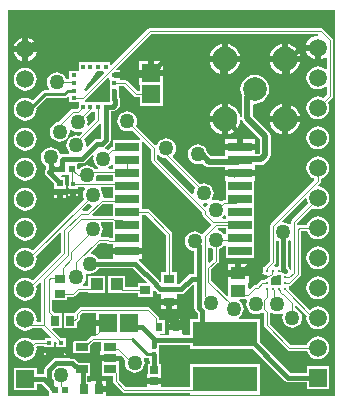
<source format=gtl>
G04*
G04 #@! TF.GenerationSoftware,Altium Limited,Altium Designer,19.1.8 (144)*
G04*
G04 Layer_Physical_Order=1*
G04 Layer_Color=255*
%FSLAX25Y25*%
%MOIN*%
G70*
G01*
G75*
%ADD18R,0.21654X0.08465*%
%ADD19R,0.04331X0.02559*%
%ADD20R,0.03543X0.03150*%
%ADD21R,0.02362X0.03150*%
%ADD22R,0.03937X0.03937*%
%ADD23R,0.02559X0.02756*%
%ADD24R,0.01772X0.01968*%
%ADD25R,0.02362X0.02165*%
%ADD26R,0.02953X0.03347*%
%ADD27R,0.01260X0.01417*%
%ADD28R,0.05118X0.03937*%
%ADD29R,0.05906X0.06102*%
%ADD30R,0.06102X0.05906*%
%ADD31R,0.02047X0.02205*%
%ADD32R,0.01929X0.02047*%
%ADD33R,0.02756X0.03347*%
%ADD34R,0.07874X0.03150*%
%ADD35R,0.03347X0.02756*%
%ADD36R,0.01575X0.01181*%
%ADD37R,0.01181X0.01575*%
%ADD38R,0.00984X0.01083*%
%ADD39R,0.01083X0.00984*%
%ADD67C,0.01500*%
%ADD68C,0.00350*%
%ADD69C,0.02100*%
%ADD70C,0.01000*%
%ADD71C,0.05906*%
%ADD72R,0.05906X0.05906*%
%ADD73C,0.08268*%
%ADD74C,0.07874*%
%ADD75C,0.05000*%
%ADD76C,0.03937*%
G36*
X803Y803D02*
X13976D01*
X14346Y1117D01*
Y2648D01*
X12074Y4920D01*
X10253D01*
Y2747D01*
X2747D01*
Y10253D01*
X10253D01*
Y8080D01*
X12728D01*
X12870Y8196D01*
Y9678D01*
X12990Y10282D01*
X13332Y10795D01*
X15705Y13168D01*
X16218Y13510D01*
X16822Y13630D01*
X20697D01*
X20949Y13580D01*
X22150D01*
X22754Y13460D01*
X23267Y13117D01*
X24545Y11839D01*
X28241D01*
Y7680D01*
X27238D01*
Y5720D01*
X28067D01*
X28484Y5920D01*
X28484Y5920D01*
X28484Y5920D01*
X29961D01*
Y3247D01*
X30961D01*
Y2247D01*
X33437D01*
Y803D01*
X109697D01*
Y129697D01*
X803D01*
Y803D01*
D02*
G37*
%LPC*%
G36*
X5500Y120355D02*
Y117500D01*
X2645D01*
X2649Y117532D01*
X3047Y118493D01*
X3681Y119319D01*
X4507Y119953D01*
X5468Y120351D01*
X5500Y120355D01*
D02*
G37*
G36*
X7500D02*
X7532Y120351D01*
X8493Y119953D01*
X9319Y119319D01*
X9953Y118493D01*
X10351Y117532D01*
X10355Y117500D01*
X7500D01*
Y120355D01*
D02*
G37*
G36*
X71979Y118199D02*
Y114153D01*
X67933D01*
X67978Y114493D01*
X68495Y115742D01*
X69318Y116814D01*
X70390Y117637D01*
X71639Y118154D01*
X71979Y118199D01*
D02*
G37*
G36*
X73980D02*
X74320Y118154D01*
X75569Y117637D01*
X76641Y116814D01*
X77464Y115742D01*
X77981Y114493D01*
X78026Y114153D01*
X73980D01*
Y118199D01*
D02*
G37*
G36*
X91979D02*
Y114153D01*
X87933D01*
X87978Y114493D01*
X88495Y115742D01*
X89318Y116814D01*
X90390Y117637D01*
X91639Y118154D01*
X91979Y118199D01*
D02*
G37*
G36*
X93980D02*
X94320Y118154D01*
X95569Y117637D01*
X96641Y116814D01*
X97464Y115742D01*
X97981Y114493D01*
X98026Y114153D01*
X93980D01*
Y118199D01*
D02*
G37*
G36*
X100145Y116000D02*
X103000D01*
Y113145D01*
X102968Y113149D01*
X102007Y113547D01*
X101181Y114181D01*
X100547Y115007D01*
X100149Y115968D01*
X100145Y116000D01*
D02*
G37*
G36*
X2645Y115500D02*
X5500D01*
Y112645D01*
X5468Y112649D01*
X4507Y113047D01*
X3681Y113681D01*
X3047Y114507D01*
X2649Y115468D01*
X2645Y115500D01*
D02*
G37*
G36*
X7500D02*
X10355D01*
X10351Y115468D01*
X9953Y114507D01*
X9319Y113681D01*
X8493Y113047D01*
X7532Y112649D01*
X7500Y112645D01*
Y115500D01*
D02*
G37*
G36*
X44449Y112496D02*
X47500D01*
Y109543D01*
X44449D01*
Y112496D01*
D02*
G37*
G36*
X49500D02*
X52551D01*
Y109543D01*
X49500D01*
Y112496D01*
D02*
G37*
G36*
X67933Y112153D02*
X71979D01*
Y108106D01*
X71639Y108151D01*
X70390Y108668D01*
X69318Y109491D01*
X68495Y110564D01*
X67978Y111812D01*
X67933Y112153D01*
D02*
G37*
G36*
X73980D02*
X78026D01*
X77981Y111812D01*
X77464Y110564D01*
X76641Y109491D01*
X75569Y108668D01*
X74320Y108151D01*
X73980Y108106D01*
Y112153D01*
D02*
G37*
G36*
X87933D02*
X91979D01*
Y108106D01*
X91639Y108151D01*
X90390Y108668D01*
X89318Y109491D01*
X88495Y110564D01*
X87978Y111812D01*
X87933Y112153D01*
D02*
G37*
G36*
X93980D02*
X98026D01*
X97981Y111812D01*
X97464Y110564D01*
X96641Y109491D01*
X95569Y108668D01*
X94320Y108151D01*
X93980Y108106D01*
Y112153D01*
D02*
G37*
G36*
X6500Y110285D02*
X7480Y110156D01*
X8393Y109778D01*
X9177Y109177D01*
X9778Y108393D01*
X10156Y107480D01*
X10285Y106500D01*
X10156Y105520D01*
X9778Y104607D01*
X9177Y103823D01*
X8393Y103222D01*
X7480Y102844D01*
X6500Y102715D01*
X5520Y102844D01*
X4607Y103222D01*
X3824Y103823D01*
X3222Y104607D01*
X2844Y105520D01*
X2715Y106500D01*
X2844Y107480D01*
X3222Y108393D01*
X3824Y109177D01*
X4607Y109778D01*
X5520Y110156D01*
X6500Y110285D01*
D02*
G37*
G36*
X48000Y123494D02*
X105000D01*
X105380Y123418D01*
X105703Y123203D01*
X108703Y120203D01*
X108918Y119880D01*
X108994Y119500D01*
Y101000D01*
X108918Y100620D01*
X108703Y100297D01*
X107284Y98878D01*
X107656Y97980D01*
X107785Y97000D01*
X107656Y96020D01*
X107278Y95107D01*
X106676Y94323D01*
X105893Y93722D01*
X104980Y93344D01*
X104000Y93215D01*
X103020Y93344D01*
X102107Y93722D01*
X101323Y94323D01*
X100722Y95107D01*
X100344Y96020D01*
X100215Y97000D01*
X100344Y97980D01*
X100722Y98893D01*
X101323Y99677D01*
X102107Y100278D01*
X103020Y100656D01*
X104000Y100785D01*
X104980Y100656D01*
X105878Y100284D01*
X107006Y101412D01*
Y103970D01*
X106506Y104193D01*
X105893Y103722D01*
X104980Y103344D01*
X104000Y103215D01*
X103020Y103344D01*
X102107Y103722D01*
X101323Y104323D01*
X100722Y105107D01*
X100344Y106020D01*
X100215Y107000D01*
X100344Y107980D01*
X100722Y108893D01*
X101323Y109677D01*
X102107Y110278D01*
X103020Y110656D01*
X104000Y110785D01*
X104980Y110656D01*
X105893Y110278D01*
X106506Y109807D01*
X107006Y110030D01*
Y113694D01*
X106506Y113941D01*
X105993Y113547D01*
X105032Y113149D01*
X105000Y113145D01*
Y117000D01*
X104000D01*
Y118000D01*
X100145D01*
X100149Y118032D01*
X100547Y118993D01*
X101181Y119819D01*
X102007Y120453D01*
X102968Y120851D01*
X103929Y120977D01*
X104087Y121179D01*
X104216Y121463D01*
X104189Y121506D01*
X48412D01*
X36797Y109891D01*
X36988Y109429D01*
X37980D01*
Y108839D01*
X36193D01*
Y106839D01*
X37980D01*
Y106274D01*
X39720D01*
X40101Y106198D01*
X40423Y105982D01*
X43955Y102451D01*
X44649D01*
Y104591D01*
X44449D01*
Y107543D01*
X52551D01*
Y104591D01*
X52351D01*
Y97704D01*
X44649D01*
Y100463D01*
X43543D01*
X43163Y100538D01*
X42840Y100754D01*
X39309Y104286D01*
X37780D01*
Y100606D01*
X37960Y100337D01*
X38080Y99732D01*
Y98223D01*
X37960Y97618D01*
X37617Y97106D01*
X36739Y96227D01*
X36226Y95884D01*
X35621Y95764D01*
X34919D01*
Y86339D01*
X34799Y85734D01*
X34456Y85221D01*
X33117Y83882D01*
X32954Y83773D01*
X33075Y83253D01*
X33362Y83215D01*
X34032Y82938D01*
X34797Y83703D01*
X35120Y83918D01*
X35500Y83994D01*
X35783D01*
Y86259D01*
X44628D01*
X44835Y86759D01*
X42032Y89562D01*
X41361Y89285D01*
X40500Y89171D01*
X39639Y89285D01*
X38836Y89617D01*
X38146Y90146D01*
X37617Y90836D01*
X37285Y91638D01*
X37172Y92500D01*
X37285Y93362D01*
X37617Y94164D01*
X38146Y94854D01*
X38836Y95383D01*
X39639Y95715D01*
X40500Y95828D01*
X41361Y95715D01*
X42164Y95383D01*
X42854Y94854D01*
X43382Y94164D01*
X43715Y93362D01*
X43828Y92500D01*
X43715Y91638D01*
X43437Y90968D01*
X49832Y84574D01*
X50422Y84691D01*
X50617Y85164D01*
X51146Y85854D01*
X51836Y86383D01*
X52639Y86715D01*
X53500Y86829D01*
X54361Y86715D01*
X55164Y86383D01*
X55854Y85854D01*
X56383Y85164D01*
X56715Y84361D01*
X56828Y83500D01*
X56715Y82639D01*
X56383Y81836D01*
X55854Y81146D01*
X55818Y81119D01*
X55786Y80620D01*
X64822Y71584D01*
X65139Y71715D01*
X66000Y71829D01*
X66861Y71715D01*
X67664Y71383D01*
X68354Y70854D01*
X68883Y70164D01*
X69215Y69362D01*
X69328Y68500D01*
X69215Y67638D01*
X68883Y66836D01*
X68674Y66564D01*
X68989Y66153D01*
X69138Y66215D01*
X70000Y66329D01*
X70862Y66215D01*
X71664Y65883D01*
X71841Y65747D01*
X71958Y65864D01*
X72281Y66080D01*
X72661Y66155D01*
X73263D01*
Y68517D01*
Y72648D01*
X73063D01*
Y74222D01*
X78000D01*
X82937D01*
Y72648D01*
X82737D01*
Y68517D01*
Y64186D01*
Y59856D01*
Y55525D01*
Y51194D01*
Y46863D01*
X73263D01*
Y51010D01*
X72763Y51180D01*
X72354Y50646D01*
X71664Y50117D01*
X70994Y49840D01*
Y46000D01*
X70918Y45620D01*
X70703Y45297D01*
X68494Y43088D01*
Y39412D01*
X73679Y34227D01*
X74141Y34418D01*
Y38567D01*
X73941Y38984D01*
X73941Y39233D01*
Y40953D01*
X81059D01*
Y38984D01*
X80859Y38567D01*
Y36747D01*
X81321Y36556D01*
X82468Y37703D01*
X82791Y37918D01*
X83171Y37994D01*
X83588D01*
X84812Y39218D01*
X85135Y39434D01*
X85457Y39498D01*
Y39498D01*
X85515Y39510D01*
X85656D01*
Y39808D01*
X86998D01*
Y41160D01*
X85755D01*
Y41484D01*
X85457D01*
Y41976D01*
X85755D01*
Y43843D01*
X86129D01*
X86150Y43949D01*
X86365Y44271D01*
X88031Y45937D01*
Y57602D01*
X88107Y57982D01*
X88322Y58305D01*
X102905Y72888D01*
X102839Y73419D01*
X102107Y73722D01*
X101323Y74323D01*
X100722Y75107D01*
X100344Y76020D01*
X100215Y77000D01*
X100344Y77980D01*
X100722Y78893D01*
X101323Y79677D01*
X102107Y80278D01*
X103020Y80656D01*
X104000Y80785D01*
X104980Y80656D01*
X105893Y80278D01*
X106676Y79677D01*
X107278Y78893D01*
X107656Y77980D01*
X107785Y77000D01*
X107656Y76020D01*
X107278Y75107D01*
X106676Y74323D01*
X105893Y73722D01*
X104994Y73350D01*
Y72577D01*
X104918Y72196D01*
X104703Y71874D01*
X104105Y71276D01*
X104284Y70748D01*
X104980Y70656D01*
X105893Y70278D01*
X106676Y69677D01*
X107278Y68893D01*
X107656Y67980D01*
X107785Y67000D01*
X107656Y66020D01*
X107278Y65107D01*
X106676Y64324D01*
X105893Y63722D01*
X104980Y63344D01*
X104000Y63215D01*
X103020Y63344D01*
X102122Y63716D01*
X96994Y58588D01*
Y58081D01*
X97494Y57835D01*
X97620Y57918D01*
X98000Y57994D01*
X100350D01*
X100722Y58893D01*
X101323Y59676D01*
X102107Y60278D01*
X103020Y60656D01*
X104000Y60785D01*
X104980Y60656D01*
X105893Y60278D01*
X106676Y59676D01*
X107278Y58893D01*
X107656Y57980D01*
X107785Y57000D01*
X107656Y56020D01*
X107278Y55107D01*
X106676Y54324D01*
X105893Y53722D01*
X104980Y53344D01*
X104000Y53215D01*
X103020Y53344D01*
X102107Y53722D01*
X101323Y54324D01*
X100722Y55107D01*
X100350Y56006D01*
X98494D01*
Y41500D01*
X98418Y41120D01*
X98203Y40797D01*
X95218Y37812D01*
X94896Y37597D01*
X94515Y37521D01*
X94343D01*
Y37223D01*
X94245D01*
Y36562D01*
X101143Y29665D01*
X101323Y29676D01*
X102107Y30278D01*
X103020Y30656D01*
X104000Y30785D01*
X104980Y30656D01*
X105893Y30278D01*
X106676Y29676D01*
X107278Y28893D01*
X107656Y27980D01*
X107785Y27000D01*
X107656Y26020D01*
X107278Y25107D01*
X106676Y24324D01*
X105893Y23722D01*
X104980Y23344D01*
X104000Y23215D01*
X103020Y23344D01*
X102107Y23722D01*
X101323Y24324D01*
X100722Y25107D01*
X100344Y26020D01*
X100215Y27000D01*
X100306Y27690D01*
X96956Y31040D01*
X96494Y30848D01*
Y30160D01*
X97164Y29882D01*
X97854Y29354D01*
X98383Y28664D01*
X98715Y27861D01*
X98829Y27000D01*
X98715Y26138D01*
X98383Y25336D01*
X97854Y24646D01*
X97164Y24117D01*
X96362Y23785D01*
X95500Y23672D01*
X94639Y23785D01*
X93836Y24117D01*
X93146Y24646D01*
X92617Y25336D01*
X92285Y26138D01*
X92172Y27000D01*
X92285Y27861D01*
X92429Y28210D01*
X92372Y28299D01*
X92035Y28564D01*
X91361Y28285D01*
X90500Y28172D01*
X89639Y28285D01*
X88836Y28618D01*
X88541Y28843D01*
X88041Y28597D01*
Y24864D01*
X94912Y17994D01*
X100350D01*
X100722Y18893D01*
X101323Y19677D01*
X102107Y20278D01*
X103020Y20656D01*
X104000Y20785D01*
X104980Y20656D01*
X105893Y20278D01*
X106676Y19677D01*
X107278Y18893D01*
X107656Y17980D01*
X107785Y17000D01*
X107656Y16020D01*
X107278Y15107D01*
X106676Y14323D01*
X105893Y13722D01*
X104980Y13344D01*
X104000Y13215D01*
X103020Y13344D01*
X102107Y13722D01*
X101323Y14323D01*
X100722Y15107D01*
X100350Y16006D01*
X94500D01*
X94120Y16082D01*
X93797Y16297D01*
X86344Y23750D01*
X86129Y24072D01*
X86053Y24453D01*
Y28627D01*
X85672Y29007D01*
X85164Y28618D01*
X84361Y28285D01*
X83500Y28172D01*
X82639Y28285D01*
X81836Y28618D01*
X81146Y29146D01*
X80617Y29836D01*
X80285Y30639D01*
X80172Y31500D01*
X80285Y32362D01*
X80458Y32779D01*
X80124Y33279D01*
X77969D01*
X77800Y32779D01*
X78354Y32354D01*
X78883Y31664D01*
X79215Y30861D01*
X79329Y30000D01*
X79215Y29138D01*
X78883Y28336D01*
X78354Y27646D01*
X77664Y27117D01*
X77649Y27111D01*
X77748Y26611D01*
X84691D01*
Y18781D01*
X94892Y8580D01*
X100247D01*
Y10753D01*
X107753D01*
Y3247D01*
X100247D01*
Y5420D01*
X94237D01*
X93633Y5540D01*
X93120Y5883D01*
X82456Y16546D01*
X61437D01*
Y17920D01*
X51186D01*
Y15668D01*
Y12716D01*
X51080D01*
Y11740D01*
X51579D01*
Y8200D01*
X51780D01*
Y6822D01*
X49500D01*
X47221D01*
Y8200D01*
X47420D01*
Y11740D01*
X47920D01*
Y12716D01*
X47814D01*
Y13560D01*
X47114D01*
X46607Y13661D01*
X46355Y13829D01*
X45952Y13498D01*
X46215Y12862D01*
X46328Y12000D01*
X46215Y11139D01*
X45882Y10336D01*
X45354Y9646D01*
X44664Y9117D01*
X43861Y8785D01*
X43000Y8671D01*
X42138Y8785D01*
X41336Y9117D01*
X40646Y9646D01*
X40117Y10336D01*
X39785Y11139D01*
X39671Y12000D01*
X39779Y12815D01*
X38352Y14242D01*
X37890Y14051D01*
Y11220D01*
X37690D01*
Y8751D01*
X37709Y8655D01*
Y6197D01*
X39912Y3994D01*
X47221D01*
Y4822D01*
X49500D01*
X51780D01*
Y3994D01*
X61437D01*
Y11454D01*
X84691D01*
Y1389D01*
X61437D01*
Y2006D01*
X39500D01*
X39120Y2082D01*
X38797Y2297D01*
X36012Y5082D01*
X35796Y5405D01*
X35721Y5785D01*
Y7680D01*
X31759D01*
Y11220D01*
X31559D01*
Y12500D01*
X34724D01*
Y14500D01*
X31559D01*
Y15779D01*
X31759D01*
Y19006D01*
X29333D01*
X28241Y17914D01*
Y15161D01*
X22310D01*
Y19320D01*
X26835D01*
X28218Y20703D01*
X28541Y20918D01*
X28921Y20994D01*
X29587D01*
X30004Y21194D01*
Y24245D01*
X33957D01*
Y26245D01*
X30004D01*
Y28506D01*
X25412D01*
X24658Y27752D01*
Y26998D01*
X24582Y26618D01*
X24366Y26295D01*
X23639Y25567D01*
Y23527D01*
X19283D01*
Y28473D01*
X22731D01*
X22745Y28544D01*
X22961Y28866D01*
X24297Y30203D01*
X24620Y30418D01*
X25000Y30494D01*
X47500D01*
X47880Y30418D01*
X48203Y30203D01*
X50697Y27709D01*
X50912Y27387D01*
X50988Y27006D01*
Y26375D01*
X52981D01*
Y21625D01*
X51316D01*
X51049Y21125D01*
X51079Y21080D01*
X54171D01*
X54528Y21425D01*
X54528Y21580D01*
Y23000D01*
X56709D01*
X58890D01*
Y21580D01*
X58890Y21425D01*
X59247Y21080D01*
X61437D01*
Y26611D01*
X63920D01*
Y28618D01*
X63332Y29205D01*
X62990Y29718D01*
X62870Y30322D01*
Y37927D01*
X62370Y38135D01*
X59618Y35383D01*
X59105Y35040D01*
X58500Y34920D01*
X57209D01*
Y33391D01*
X54437D01*
X51665D01*
Y34920D01*
X51500D01*
X50895Y35040D01*
X50383Y35383D01*
X49597Y36168D01*
X49135Y35977D01*
Y33756D01*
X43991D01*
Y35343D01*
X38794D01*
X38697Y35362D01*
X34231D01*
Y40900D01*
X39768D01*
Y37332D01*
X43991D01*
Y38506D01*
X46839D01*
X47030Y38968D01*
X42578Y43420D01*
X30917D01*
X30882Y43336D01*
X30354Y42646D01*
X29664Y42118D01*
X28861Y41785D01*
X28000Y41671D01*
X27139Y41785D01*
X27019Y41834D01*
X26666Y41481D01*
X26715Y41361D01*
X26829Y40500D01*
X26715Y39639D01*
X26382Y38836D01*
X25867Y38164D01*
X25894Y37985D01*
X26003Y37664D01*
X27538D01*
Y40900D01*
X33075D01*
Y35362D01*
X27538D01*
Y35676D01*
X24582D01*
X23203Y34297D01*
X22880Y34082D01*
X22500Y34006D01*
X20473D01*
Y32861D01*
X15527D01*
X15494Y32375D01*
Y29247D01*
X16267Y28473D01*
X18717D01*
Y23527D01*
X15635D01*
X15443Y23065D01*
X18397Y20111D01*
X19930D01*
Y18106D01*
X20130D01*
Y17398D01*
X19930D01*
Y17094D01*
X17070D01*
Y17398D01*
X16870D01*
Y18106D01*
X17070D01*
Y18627D01*
X16392Y19305D01*
X15930Y19113D01*
Y18106D01*
X16130D01*
Y17398D01*
X15930D01*
Y17094D01*
X13070D01*
Y17398D01*
X12870D01*
Y17608D01*
X10615D01*
X10205Y17108D01*
X10285Y16500D01*
X10156Y15520D01*
X9778Y14607D01*
X9177Y13824D01*
X8393Y13222D01*
X7480Y12844D01*
X6500Y12715D01*
X5520Y12844D01*
X4607Y13222D01*
X3824Y13824D01*
X3222Y14607D01*
X2844Y15520D01*
X2715Y16500D01*
X2844Y17480D01*
X3222Y18393D01*
X3824Y19176D01*
X4607Y19778D01*
X5520Y20156D01*
X6500Y20285D01*
X7480Y20156D01*
X8393Y19778D01*
X8958Y19344D01*
X9222Y19521D01*
X9602Y19597D01*
X13070D01*
Y20111D01*
X14932D01*
X15124Y20573D01*
X12191Y23506D01*
X8763D01*
X8393Y23222D01*
X7480Y22844D01*
X6500Y22715D01*
X5520Y22844D01*
X4607Y23222D01*
X3824Y23823D01*
X3222Y24607D01*
X2844Y25520D01*
X2715Y26500D01*
X2844Y27480D01*
X3222Y28393D01*
X3824Y29177D01*
X4607Y29778D01*
X5520Y30156D01*
X6500Y30285D01*
X7480Y30156D01*
X8393Y29778D01*
X9177Y29177D01*
X9778Y28393D01*
X10156Y27480D01*
X10285Y26500D01*
X10219Y25994D01*
X10657Y25494D01*
X11608D01*
Y38549D01*
X11146Y38741D01*
X10077Y37671D01*
X10156Y37480D01*
X10285Y36500D01*
X10156Y35520D01*
X9778Y34607D01*
X9177Y33823D01*
X8393Y33222D01*
X7480Y32844D01*
X6500Y32715D01*
X5520Y32844D01*
X4607Y33222D01*
X3824Y33823D01*
X3222Y34607D01*
X2844Y35520D01*
X2715Y36500D01*
X2844Y37480D01*
X3222Y38393D01*
X3824Y39176D01*
X4607Y39778D01*
X5520Y40156D01*
X6500Y40285D01*
X7480Y40156D01*
X8393Y39778D01*
X8947Y39353D01*
X18556Y48962D01*
Y55497D01*
X18094Y55688D01*
X10077Y47671D01*
X10156Y47480D01*
X10285Y46500D01*
X10156Y45520D01*
X9778Y44607D01*
X9177Y43824D01*
X8393Y43222D01*
X7480Y42844D01*
X6500Y42715D01*
X5520Y42844D01*
X4607Y43222D01*
X3824Y43824D01*
X3222Y44607D01*
X2844Y45520D01*
X2715Y46500D01*
X2844Y47480D01*
X3222Y48393D01*
X3824Y49176D01*
X4607Y49778D01*
X5520Y50156D01*
X6500Y50285D01*
X7480Y50156D01*
X8393Y49778D01*
X8947Y49353D01*
X26063Y66468D01*
X25785Y67138D01*
X25671Y68000D01*
X25785Y68862D01*
X26118Y69664D01*
X26380Y70006D01*
X26133Y70506D01*
X24130D01*
Y70295D01*
X23930D01*
Y69991D01*
X22500D01*
X21070D01*
Y70295D01*
X20870D01*
Y71004D01*
X21070D01*
Y73009D01*
X21100D01*
Y74595D01*
X18681D01*
X18435Y74095D01*
X18588Y73894D01*
X19824D01*
Y71102D01*
X20024D01*
Y70000D01*
X18000D01*
X15976D01*
Y71102D01*
X16176D01*
Y71659D01*
X13383Y74453D01*
X13040Y74966D01*
X12920Y75571D01*
X13040Y76175D01*
X13383Y76688D01*
X13420Y76725D01*
Y77583D01*
X13336Y77617D01*
X12646Y78146D01*
X12117Y78836D01*
X11785Y79638D01*
X11671Y80500D01*
X11785Y81362D01*
X12117Y82164D01*
X12646Y82854D01*
X13336Y83383D01*
X14139Y83715D01*
X15000Y83829D01*
X15861Y83715D01*
X16664Y83383D01*
X17354Y82854D01*
X17883Y82164D01*
X18073Y81704D01*
X18609Y81460D01*
X19214Y81580D01*
X21063D01*
X21233Y82080D01*
X21146Y82146D01*
X20617Y82836D01*
X20285Y83639D01*
X20172Y84500D01*
X20285Y85361D01*
X20617Y86164D01*
X21146Y86854D01*
X21836Y87383D01*
X22638Y87715D01*
X23500Y87828D01*
X24315Y87721D01*
X25271Y88677D01*
X24988Y89101D01*
X24861Y89049D01*
X24000Y88935D01*
X23138Y89049D01*
X22336Y89381D01*
X21721Y89853D01*
X21460Y89768D01*
X21249Y89607D01*
X21328Y89000D01*
X21215Y88139D01*
X20883Y87336D01*
X20354Y86646D01*
X19664Y86117D01*
X18861Y85785D01*
X18000Y85672D01*
X17139Y85785D01*
X16336Y86117D01*
X15646Y86646D01*
X15117Y87336D01*
X14785Y88139D01*
X14672Y89000D01*
X14785Y89862D01*
X15117Y90664D01*
X15646Y91354D01*
X16336Y91883D01*
X17139Y92215D01*
X17706Y92290D01*
X21858Y96442D01*
X22180Y96657D01*
X22561Y96733D01*
X23681D01*
X24271Y97322D01*
Y98771D01*
X21220D01*
Y100638D01*
X20720Y100845D01*
X20437Y100563D01*
X20007Y100275D01*
X19500Y100174D01*
X13549D01*
X10237Y96863D01*
X10285Y96500D01*
X10156Y95520D01*
X9778Y94607D01*
X9177Y93823D01*
X8393Y93222D01*
X7480Y92844D01*
X6500Y92715D01*
X5520Y92844D01*
X4607Y93222D01*
X3824Y93823D01*
X3222Y94607D01*
X2844Y95520D01*
X2715Y96500D01*
X2844Y97480D01*
X3222Y98393D01*
X3824Y99177D01*
X4607Y99778D01*
X5520Y100156D01*
X6500Y100285D01*
X7480Y100156D01*
X8393Y99778D01*
X8965Y99339D01*
X12063Y102437D01*
X12493Y102725D01*
X13000Y102825D01*
X14278D01*
X14509Y103325D01*
X14117Y103836D01*
X13785Y104639D01*
X13671Y105500D01*
X13785Y106361D01*
X14117Y107164D01*
X14646Y107854D01*
X15336Y108382D01*
X16138Y108715D01*
X17000Y108828D01*
X17862Y108715D01*
X18664Y108382D01*
X19354Y107854D01*
X19883Y107164D01*
X20160Y106494D01*
X21220D01*
Y109229D01*
X24271D01*
Y112280D01*
X34729D01*
Y111288D01*
X35191Y111097D01*
X47297Y123203D01*
X47620Y123418D01*
X48000Y123494D01*
D02*
G37*
G36*
X71979Y98199D02*
Y94153D01*
X67933D01*
X67978Y94493D01*
X68495Y95742D01*
X69318Y96814D01*
X70390Y97637D01*
X71639Y98154D01*
X71979Y98199D01*
D02*
G37*
G36*
X91979D02*
Y94153D01*
X87933D01*
X87978Y94493D01*
X88495Y95742D01*
X89318Y96814D01*
X90390Y97637D01*
X91639Y98154D01*
X91979Y98199D01*
D02*
G37*
G36*
X93980D02*
X94320Y98154D01*
X95569Y97637D01*
X96641Y96814D01*
X97464Y95742D01*
X97981Y94493D01*
X98026Y94153D01*
X93980D01*
Y98199D01*
D02*
G37*
G36*
X67933Y92153D02*
X71979D01*
Y88106D01*
X71639Y88151D01*
X70390Y88668D01*
X69318Y89491D01*
X68495Y90564D01*
X67978Y91812D01*
X67933Y92153D01*
D02*
G37*
G36*
X82980Y107931D02*
X84216Y107768D01*
X85368Y107290D01*
X86358Y106531D01*
X87117Y105542D01*
X87595Y104389D01*
X87757Y103153D01*
X87595Y101916D01*
X87117Y100764D01*
X86358Y99774D01*
X85368Y99015D01*
X84216Y98537D01*
X82980Y98375D01*
X82762Y98403D01*
X82386Y98074D01*
Y94281D01*
X87834Y88834D01*
X88243Y88222D01*
X88386Y87500D01*
Y81230D01*
X88243Y80508D01*
X87834Y79896D01*
X86421Y78483D01*
X85809Y78075D01*
X85087Y77931D01*
X83382D01*
X82937Y77797D01*
Y76222D01*
X78000D01*
X73063D01*
Y77142D01*
X67756D01*
X67035Y77286D01*
X66423Y77695D01*
X65548Y78569D01*
X64862Y78285D01*
X64000Y78171D01*
X63139Y78285D01*
X62336Y78617D01*
X61646Y79146D01*
X61117Y79836D01*
X60785Y80638D01*
X60672Y81500D01*
X60785Y82362D01*
X61117Y83164D01*
X61646Y83854D01*
X62336Y84383D01*
X63139Y84715D01*
X64000Y84829D01*
X64862Y84715D01*
X65664Y84383D01*
X66354Y83854D01*
X66883Y83164D01*
X67215Y82362D01*
X67234Y82218D01*
X68538Y80915D01*
X72808D01*
X73063Y81309D01*
Y82884D01*
X78000D01*
X82937D01*
Y81703D01*
X84306D01*
X84614Y82011D01*
Y86719D01*
X79166Y92166D01*
X78757Y92778D01*
X78716Y92987D01*
X78183Y93161D01*
X78155Y93131D01*
X78158Y93153D01*
X78171Y93165D01*
X78158Y93153D01*
X78129Y92934D01*
X77981Y91812D01*
X77464Y90564D01*
X76641Y89491D01*
X75569Y88668D01*
X74320Y88151D01*
X73980Y88106D01*
Y93153D01*
Y98199D01*
X74320Y98154D01*
X75569Y97637D01*
X76641Y96814D01*
X77464Y95742D01*
X77981Y94493D01*
X78077Y93768D01*
X78114Y93741D01*
X78498Y93893D01*
X78614Y93997D01*
Y100673D01*
X78700Y101106D01*
X78364Y101916D01*
X78202Y103153D01*
X78364Y104389D01*
X78842Y105542D01*
X79601Y106531D01*
X80590Y107290D01*
X81743Y107768D01*
X82980Y107931D01*
D02*
G37*
G36*
X87933Y92153D02*
X91979D01*
Y88106D01*
X91639Y88151D01*
X90390Y88668D01*
X89318Y89491D01*
X88495Y90564D01*
X87978Y91812D01*
X87933Y92153D01*
D02*
G37*
G36*
X93980D02*
X98026D01*
X97981Y91812D01*
X97464Y90564D01*
X96641Y89491D01*
X95569Y88668D01*
X94320Y88151D01*
X93980Y88106D01*
Y92153D01*
D02*
G37*
G36*
X73063Y86459D02*
X77000D01*
Y84884D01*
X73063D01*
Y86459D01*
D02*
G37*
G36*
X79000D02*
X82937D01*
Y84884D01*
X79000D01*
Y86459D01*
D02*
G37*
G36*
X104000Y90785D02*
X104980Y90656D01*
X105893Y90278D01*
X106676Y89676D01*
X107278Y88893D01*
X107656Y87980D01*
X107785Y87000D01*
X107656Y86020D01*
X107278Y85107D01*
X106676Y84324D01*
X105893Y83722D01*
X104980Y83344D01*
X104000Y83215D01*
X103020Y83344D01*
X102107Y83722D01*
X101323Y84324D01*
X100722Y85107D01*
X100344Y86020D01*
X100215Y87000D01*
X100344Y87980D01*
X100722Y88893D01*
X101323Y89676D01*
X102107Y90278D01*
X103020Y90656D01*
X104000Y90785D01*
D02*
G37*
G36*
X6500Y90285D02*
X7480Y90156D01*
X8393Y89778D01*
X9177Y89176D01*
X9778Y88393D01*
X10156Y87480D01*
X10285Y86500D01*
X10156Y85520D01*
X9778Y84607D01*
X9177Y83824D01*
X8393Y83222D01*
X7480Y82844D01*
X6500Y82715D01*
X5520Y82844D01*
X4607Y83222D01*
X3824Y83824D01*
X3222Y84607D01*
X2844Y85520D01*
X2715Y86500D01*
X2844Y87480D01*
X3222Y88393D01*
X3824Y89176D01*
X4607Y89778D01*
X5520Y90156D01*
X6500Y90285D01*
D02*
G37*
G36*
Y80285D02*
X7480Y80156D01*
X8393Y79778D01*
X9177Y79176D01*
X9778Y78393D01*
X10156Y77480D01*
X10285Y76500D01*
X10156Y75520D01*
X9778Y74607D01*
X9177Y73823D01*
X8393Y73222D01*
X7480Y72844D01*
X6500Y72715D01*
X5520Y72844D01*
X4607Y73222D01*
X3824Y73823D01*
X3222Y74607D01*
X2844Y75520D01*
X2715Y76500D01*
X2844Y77480D01*
X3222Y78393D01*
X3824Y79176D01*
X4607Y79778D01*
X5520Y80156D01*
X6500Y80285D01*
D02*
G37*
G36*
X20870Y68295D02*
X21500D01*
Y67586D01*
X20870D01*
Y68295D01*
D02*
G37*
G36*
X23500D02*
X24130D01*
Y67586D01*
X23500D01*
Y68295D01*
D02*
G37*
G36*
X15976Y68000D02*
X17000D01*
Y66898D01*
X15976D01*
Y68000D01*
D02*
G37*
G36*
X19000D02*
X20024D01*
Y66898D01*
X19000D01*
Y68000D01*
D02*
G37*
G36*
X6500Y70285D02*
X7480Y70156D01*
X8393Y69778D01*
X9177Y69177D01*
X9778Y68393D01*
X10156Y67480D01*
X10285Y66500D01*
X10156Y65520D01*
X9778Y64607D01*
X9177Y63823D01*
X8393Y63222D01*
X7480Y62844D01*
X6500Y62715D01*
X5520Y62844D01*
X4607Y63222D01*
X3824Y63823D01*
X3222Y64607D01*
X2844Y65520D01*
X2715Y66500D01*
X2844Y67480D01*
X3222Y68393D01*
X3824Y69177D01*
X4607Y69778D01*
X5520Y70156D01*
X6500Y70285D01*
D02*
G37*
G36*
Y60285D02*
X7480Y60156D01*
X8393Y59778D01*
X9177Y59176D01*
X9778Y58393D01*
X10156Y57480D01*
X10285Y56500D01*
X10156Y55520D01*
X9778Y54607D01*
X9177Y53824D01*
X8393Y53222D01*
X7480Y52844D01*
X6500Y52715D01*
X5520Y52844D01*
X4607Y53222D01*
X3824Y53824D01*
X3222Y54607D01*
X2844Y55520D01*
X2715Y56500D01*
X2844Y57480D01*
X3222Y58393D01*
X3824Y59176D01*
X4607Y59778D01*
X5520Y60156D01*
X6500Y60285D01*
D02*
G37*
G36*
X104000Y50785D02*
X104980Y50656D01*
X105893Y50278D01*
X106676Y49676D01*
X107278Y48893D01*
X107656Y47980D01*
X107785Y47000D01*
X107656Y46020D01*
X107278Y45107D01*
X106676Y44324D01*
X105893Y43722D01*
X104980Y43344D01*
X104000Y43215D01*
X103020Y43344D01*
X102107Y43722D01*
X101323Y44324D01*
X100722Y45107D01*
X100344Y46020D01*
X100215Y47000D01*
X100344Y47980D01*
X100722Y48893D01*
X101323Y49676D01*
X102107Y50278D01*
X103020Y50656D01*
X104000Y50785D01*
D02*
G37*
G36*
X73941Y44921D02*
X76500D01*
Y42953D01*
X73941D01*
Y44921D01*
D02*
G37*
G36*
X78500D02*
X81059D01*
Y42953D01*
X78500D01*
Y44921D01*
D02*
G37*
G36*
X104000Y40785D02*
X104980Y40656D01*
X105893Y40278D01*
X106676Y39676D01*
X107278Y38893D01*
X107656Y37980D01*
X107785Y37000D01*
X107656Y36020D01*
X107278Y35107D01*
X106676Y34323D01*
X105893Y33722D01*
X104980Y33344D01*
X104000Y33215D01*
X103020Y33344D01*
X102107Y33722D01*
X101323Y34323D01*
X100722Y35107D01*
X100344Y36020D01*
X100215Y37000D01*
X100344Y37980D01*
X100722Y38893D01*
X101323Y39676D01*
X102107Y40278D01*
X103020Y40656D01*
X104000Y40785D01*
D02*
G37*
G36*
X51665Y31391D02*
X53437D01*
Y29816D01*
X51665D01*
Y31391D01*
D02*
G37*
G36*
X55437D02*
X57209D01*
Y29816D01*
X55437D01*
Y31391D01*
D02*
G37*
G36*
X54528Y26575D02*
X55709D01*
Y25000D01*
X54528D01*
Y26575D01*
D02*
G37*
G36*
X57709D02*
X58890D01*
Y25000D01*
X57709D01*
Y26575D01*
D02*
G37*
G36*
X16870Y15398D02*
X17500D01*
Y14689D01*
X16870D01*
Y15398D01*
D02*
G37*
G36*
X19500D02*
X20130D01*
Y14689D01*
X19500D01*
Y15398D01*
D02*
G37*
G36*
X12870Y15398D02*
X13500D01*
Y14689D01*
X12870D01*
Y15398D01*
D02*
G37*
G36*
X15500D02*
X16130D01*
Y14689D01*
X15500D01*
Y15398D01*
D02*
G37*
G36*
X31961Y5920D02*
X33437D01*
Y4247D01*
X31961D01*
Y5920D01*
D02*
G37*
%LPD*%
G36*
X28325Y106270D02*
X27772Y105443D01*
X26190Y102803D01*
X26587Y102493D01*
X32738Y108644D01*
X32546Y109106D01*
X30428D01*
X28325Y106270D01*
D02*
G37*
G36*
X26364Y99458D02*
X26269Y99394D01*
X26272Y99207D01*
X26420Y98894D01*
X33223D01*
X33376Y98925D01*
X34606D01*
Y101330D01*
Y106248D01*
X34406D01*
Y106846D01*
X33944Y107038D01*
X26364Y99458D01*
D02*
G37*
G36*
X26849Y93971D02*
X26882Y93928D01*
X27215Y93125D01*
X27329Y92264D01*
X27215Y91402D01*
X27163Y91276D01*
X27586Y90992D01*
X29785Y93191D01*
Y95720D01*
X28598D01*
X26849Y93971D01*
D02*
G37*
G36*
X26030Y86624D02*
X26382Y86164D01*
X26715Y85361D01*
X26829Y84500D01*
X26794Y84236D01*
X27267Y84002D01*
X29383Y86118D01*
X29895Y86460D01*
X30500Y86580D01*
X31345D01*
X31758Y86993D01*
Y91645D01*
X31258Y91852D01*
X26030Y86624D01*
D02*
G37*
G36*
X34854Y77646D02*
X34171Y77123D01*
X34168Y77100D01*
X34277Y76623D01*
X35783D01*
Y78044D01*
X35283Y78206D01*
X34854Y77646D01*
D02*
G37*
G36*
X26618Y78882D02*
X26105Y78540D01*
X25500Y78420D01*
X24285D01*
X23859Y78242D01*
Y76649D01*
X24359Y76479D01*
X24646Y76854D01*
X25336Y77383D01*
X26138Y77715D01*
X27000Y77829D01*
X27861Y77715D01*
X28664Y77383D01*
X29354Y76854D01*
X29531Y76623D01*
X30724D01*
X30832Y77100D01*
X30829Y77123D01*
X30146Y77646D01*
X29618Y78336D01*
X29285Y79138D01*
X29171Y80000D01*
X29282Y80840D01*
X29251Y80878D01*
X28842Y81107D01*
X26618Y78882D01*
D02*
G37*
G36*
X30329Y74500D02*
X30215Y73638D01*
X29948Y72994D01*
X30194Y72494D01*
X35783D01*
Y74635D01*
X30446D01*
X30329Y74500D01*
D02*
G37*
G36*
X50494Y81175D02*
Y79912D01*
X62207Y68199D01*
X62680Y68433D01*
X62672Y68500D01*
X62785Y69362D01*
X63117Y70164D01*
X63253Y70341D01*
X53411Y80183D01*
X52639Y80285D01*
X51836Y80617D01*
X51146Y81146D01*
X50994Y81345D01*
X50494Y81175D01*
D02*
G37*
G36*
X31620Y70006D02*
X31883Y69664D01*
X32215Y68862D01*
X32329Y68000D01*
X32262Y67494D01*
X32665Y66994D01*
X35783D01*
Y70506D01*
X31867D01*
X31620Y70006D01*
D02*
G37*
G36*
X66861Y65285D02*
X66000Y65171D01*
X65933Y65180D01*
X65699Y64707D01*
X66332Y64074D01*
X66922Y64191D01*
X67117Y64664D01*
X67326Y64936D01*
X67011Y65347D01*
X66861Y65285D01*
D02*
G37*
G36*
X25512Y63106D02*
X25703Y62644D01*
X27153D01*
X28714Y64205D01*
X28534Y64733D01*
X28139Y64785D01*
X27468Y65062D01*
X25512Y63106D01*
D02*
G37*
G36*
X28751Y61431D02*
X28943Y60969D01*
X35783D01*
Y65006D01*
X32326D01*
X28751Y61431D01*
D02*
G37*
G36*
X72354Y60646D02*
X72155Y60494D01*
X72325Y59994D01*
X73263D01*
Y61010D01*
X72763Y61180D01*
X72354Y60646D01*
D02*
G37*
G36*
X92111Y59282D02*
X92344Y58808D01*
X92500Y58829D01*
X93362Y58715D01*
X94164Y58383D01*
X94506Y58120D01*
X95006Y58367D01*
Y59000D01*
X95082Y59380D01*
X95297Y59703D01*
X100716Y65122D01*
X100344Y66020D01*
X100252Y66716D01*
X99724Y66895D01*
X92111Y59282D01*
D02*
G37*
G36*
X70662Y56746D02*
X70858Y56224D01*
X70889Y56204D01*
X71664Y55883D01*
X72354Y55354D01*
X72763Y54820D01*
X73263Y54990D01*
Y56906D01*
X70777D01*
X70662Y56746D01*
D02*
G37*
G36*
X31640Y58481D02*
X31883Y58164D01*
X32215Y57362D01*
X32329Y56500D01*
X32215Y55638D01*
X31883Y54836D01*
X31601Y54469D01*
X31848Y53969D01*
X33939D01*
X34320Y53893D01*
X34642Y53678D01*
X34801Y53519D01*
X35783D01*
Y55525D01*
Y58773D01*
X35476Y58978D01*
X35473Y58981D01*
X31886D01*
X31640Y58481D01*
D02*
G37*
G36*
X45257Y55525D02*
Y51813D01*
X45457D01*
Y50238D01*
X40520D01*
X35583D01*
Y51531D01*
X34389D01*
X34009Y51607D01*
X33687Y51822D01*
X33528Y51981D01*
X31472D01*
X28286Y48795D01*
X28466Y48267D01*
X28861Y48215D01*
X29664Y47883D01*
X30354Y47354D01*
X30882Y46664D01*
X30917Y46580D01*
X35117D01*
X35583Y46663D01*
Y48238D01*
X40520D01*
X45457D01*
Y46663D01*
X44433D01*
X44281Y46163D01*
X44350Y46117D01*
X51117Y39350D01*
X51365Y38979D01*
X51865Y39131D01*
Y42246D01*
X53443D01*
Y54651D01*
X46858Y61236D01*
X45257D01*
Y55525D01*
D02*
G37*
G36*
X67469Y50152D02*
Y45528D01*
X67931Y45337D01*
X69006Y46412D01*
Y49840D01*
X68336Y50117D01*
X67969Y50399D01*
X67469Y50152D01*
D02*
G37*
G36*
X90019Y52614D02*
Y45525D01*
X89943Y45145D01*
X89728Y44822D01*
X89411Y44505D01*
X89603Y44043D01*
X90508D01*
X90920Y44256D01*
Y52583D01*
X90836Y52617D01*
X90519Y52860D01*
X90019Y52614D01*
D02*
G37*
G36*
X94164Y52617D02*
X94080Y52583D01*
Y43843D01*
X94245D01*
Y43346D01*
X94389Y43131D01*
X94393Y43109D01*
X94954Y42851D01*
X94977Y42864D01*
X95006Y42913D01*
Y46250D01*
Y52633D01*
X94506Y52880D01*
X94164Y52617D01*
D02*
G37*
G36*
X45257Y85630D02*
Y81509D01*
Y77178D01*
Y72848D01*
Y68517D01*
Y63225D01*
X47270D01*
X47650Y63149D01*
X47973Y62933D01*
X55140Y55766D01*
X55355Y55443D01*
X55431Y55063D01*
Y42246D01*
X57009D01*
Y38080D01*
X57845D01*
X60883Y41118D01*
X61395Y41460D01*
X62000Y41580D01*
X62870D01*
Y49189D01*
X62138Y49285D01*
X61336Y49617D01*
X60646Y50146D01*
X60117Y50836D01*
X59785Y51639D01*
X59671Y52500D01*
X59785Y53361D01*
X60117Y54164D01*
X60646Y54854D01*
X61336Y55383D01*
X62138Y55715D01*
X63000Y55828D01*
X63862Y55715D01*
X64664Y55383D01*
X65136Y55021D01*
X65736Y55072D01*
X65753Y55081D01*
X65788Y55108D01*
X68378Y57699D01*
X68382Y58227D01*
X68326Y58354D01*
X65822Y60858D01*
X65607Y61180D01*
X65531Y61561D01*
Y62063D01*
X48797Y78797D01*
X48582Y79120D01*
X48506Y79500D01*
Y83088D01*
X45757Y85838D01*
X45257Y85630D01*
D02*
G37*
G36*
X90508Y40961D02*
X89324D01*
X88539Y40176D01*
Y38992D01*
X88339D01*
Y37839D01*
X91625D01*
X91661Y37848D01*
Y39192D01*
Y41161D01*
X90508D01*
Y40961D01*
D02*
G37*
D18*
X73064Y6421D02*
D03*
Y21579D02*
D03*
D19*
X25276Y17240D02*
D03*
Y9760D02*
D03*
X34724D02*
D03*
Y13500D02*
D03*
Y17240D02*
D03*
D20*
X54437Y39871D02*
D03*
Y32391D02*
D03*
X46563Y36131D02*
D03*
D21*
X56709Y24000D02*
D03*
X51000D02*
D03*
D22*
X30307Y38131D02*
D03*
X37000D02*
D03*
D23*
X49500Y5822D02*
D03*
Y9562D02*
D03*
D24*
Y17453D02*
D03*
Y14500D02*
D03*
D25*
X19673Y3000D02*
D03*
X16327D02*
D03*
D26*
X26039Y3247D02*
D03*
X30961D02*
D03*
D27*
X14500Y16398D02*
D03*
Y18602D02*
D03*
X18500Y16398D02*
D03*
Y18602D02*
D03*
X22500Y71500D02*
D03*
Y69295D02*
D03*
D28*
X77500Y41953D02*
D03*
Y36047D02*
D03*
D29*
X41043Y25245D02*
D03*
X33957D02*
D03*
D30*
X48500Y108543D02*
D03*
Y101457D02*
D03*
D31*
X18000Y71992D02*
D03*
Y69000D02*
D03*
D32*
X22094Y76418D02*
D03*
X18905D02*
D03*
D33*
X21461Y26000D02*
D03*
X16539D02*
D03*
D34*
X40520Y49238D02*
D03*
Y53569D02*
D03*
Y57900D02*
D03*
Y62230D02*
D03*
Y66561D02*
D03*
Y70892D02*
D03*
Y75222D02*
D03*
Y79553D02*
D03*
Y83884D02*
D03*
X78000Y49238D02*
D03*
Y53569D02*
D03*
Y57900D02*
D03*
Y62230D02*
D03*
Y66561D02*
D03*
Y70892D02*
D03*
Y75222D02*
D03*
Y79553D02*
D03*
Y83884D02*
D03*
D35*
X18000Y35039D02*
D03*
Y39961D02*
D03*
D36*
X22807Y100161D02*
D03*
Y102720D02*
D03*
Y105280D02*
D03*
Y107839D02*
D03*
X36193D02*
D03*
Y105280D02*
D03*
Y102720D02*
D03*
Y100161D02*
D03*
D37*
X25661Y97307D02*
D03*
X28220D02*
D03*
X30780D02*
D03*
X33339D02*
D03*
Y110693D02*
D03*
X30780D02*
D03*
X28220D02*
D03*
X25661D02*
D03*
D38*
X92953Y36498D02*
D03*
X90984D02*
D03*
X89016D02*
D03*
X87047D02*
D03*
Y42502D02*
D03*
X89016D02*
D03*
X90984D02*
D03*
X92953D02*
D03*
D39*
X86998Y38515D02*
D03*
Y40484D02*
D03*
X93002D02*
D03*
Y38515D02*
D03*
D67*
X50000Y38232D02*
X43233Y45000D01*
X28000D01*
X15000Y77500D02*
Y80500D01*
Y76071D02*
Y77500D01*
X32881Y49119D02*
X32500Y49500D01*
X40400Y49119D02*
X32881D01*
X12000Y121000D02*
X6500Y115500D01*
X18274Y68726D02*
Y69241D01*
X18699Y16199D02*
X18000Y15500D01*
X92479Y113653D02*
X71979D01*
X72006Y113105D02*
X71979Y113653D01*
X72493Y103122D02*
X72006Y113105D01*
X72979Y93153D02*
X72493Y103122D01*
X93072Y113491D02*
X92479Y113653D01*
X94313Y113153D02*
X93072Y113491D01*
X93525Y113477D02*
X92479Y113653D01*
X94499Y93524D02*
X93525Y113477D01*
X94499Y93524D02*
X93480Y93153D01*
X16082Y76418D02*
X15000Y77500D01*
Y76071D02*
X14500Y75571D01*
X18000Y72071D02*
X14500Y75571D01*
X50000Y38000D02*
Y38232D01*
X18905Y76418D02*
X16082D01*
X64450Y51050D02*
X63000Y52500D01*
X64450Y30322D02*
Y51050D01*
X27000Y24500D02*
Y25500D01*
Y24500D02*
X24000Y21500D01*
X14951Y4278D02*
X12728Y6500D01*
X16822Y12050D02*
X14450Y9678D01*
X20697Y12050D02*
X16822D01*
X20747Y12000D02*
X20697Y12050D01*
X22150Y12000D02*
X20747D01*
X15000Y4327D02*
Y5772D01*
X14450Y6322D01*
Y9678D01*
X18000Y15500D02*
X15398D01*
X14554Y16344D01*
X49500Y20000D02*
X45500Y24000D01*
X49500Y19500D02*
Y20000D01*
Y9562D02*
Y14500D01*
X70985Y19500D02*
X49500D01*
Y17453D02*
Y19500D01*
X43000Y12000D02*
Y13500D01*
X38500Y13060D02*
X38280Y13280D01*
X38500Y8000D02*
Y13060D01*
X38061Y13500D02*
X34724D01*
X30961Y13040D02*
Y13500D01*
Y3247D02*
Y13040D01*
X34724Y13500D02*
X30961D01*
X21700Y14300D02*
X21170Y14830D01*
X23102Y14300D02*
X21700D01*
X24363Y13040D02*
X23102Y14300D01*
X30961Y13040D02*
X24363D01*
X24390Y9760D02*
X22150Y12000D01*
X21170Y14830D02*
X19801Y16199D01*
X18699D01*
X21170Y14830D02*
Y18772D01*
X24000Y21500D02*
X23899D01*
X21170Y18772D01*
X40678Y5822D02*
X38500Y8000D01*
X49500Y5822D02*
X40678D01*
X48500Y108543D02*
X48003Y108046D01*
X36401D01*
X71979Y113653D02*
X53208Y113153D01*
X48598Y108543D01*
X48500D01*
X15896Y3333D02*
X14951Y4278D01*
X22446Y69241D02*
X18274D01*
Y68726D02*
X18000Y69000D01*
X33805Y32695D02*
X33500Y33000D01*
X54132Y32695D02*
X33805D01*
X54437Y32391D02*
X54132Y32695D01*
X60000Y30500D02*
X59330Y29830D01*
Y27015D02*
Y29830D01*
Y27015D02*
X56709Y24394D01*
X54437Y26665D01*
Y32391D01*
X71289Y41726D02*
X71062Y41500D01*
X77274Y41726D02*
X71289D01*
X77500Y41953D02*
X77274Y41726D01*
X84569Y46500D02*
X83138D01*
X86000Y47931D02*
X84569Y46500D01*
X85624Y40484D02*
X84207Y41901D01*
X84569Y46500D02*
X84207Y46138D01*
Y41901D02*
Y46138D01*
X86000Y47931D02*
Y59500D01*
X83138Y46500D02*
X78091Y41453D01*
X77500D01*
X92500Y42955D02*
Y55500D01*
X92929Y42526D02*
X92500Y42955D01*
X36193Y100161D02*
Y102720D01*
X36500Y98223D02*
X35621Y97344D01*
X36500Y98223D02*
Y99732D01*
X36193Y100039D01*
Y100161D01*
X35621Y97344D02*
X33376D01*
X33339Y97307D01*
Y86339D02*
X32000Y85000D01*
X19214Y80000D02*
X18905Y79692D01*
Y76418D02*
Y79692D01*
X25500Y80000D02*
X19214D01*
X30500Y85000D02*
X25500Y80000D01*
X32000Y85000D02*
X30500D01*
X33339Y86339D02*
Y97307D01*
X18000Y71992D02*
Y72071D01*
X51500Y36500D02*
X50000Y38000D01*
X58500Y36500D02*
X51500D01*
X62000Y40000D02*
X58500Y36500D01*
X63500Y40000D02*
X62000D01*
X65500Y29272D02*
X64450Y30322D01*
X65500Y25061D02*
Y29272D01*
X68982Y21579D02*
X65500Y25061D01*
X73064Y21579D02*
X68982D01*
X25276Y9760D02*
X24390D01*
X94237Y7000D02*
X79659Y21579D01*
X104000Y7000D02*
X94237D01*
X79659Y21579D02*
X73064D01*
X71985Y20500D02*
X70985Y19500D01*
X45500Y24000D02*
X42190D01*
X41043Y25147D01*
X39000Y121000D02*
X12000D01*
X15896Y3431D02*
X15000Y4327D01*
X16228Y3000D02*
X15896Y3333D01*
Y3431D01*
X16327Y3000D02*
X16228D01*
X12728Y6500D02*
X7500D01*
X6500Y5500D01*
X26039Y3247D02*
X25657Y3629D01*
Y9378D01*
X25276Y9760D01*
X98160Y117000D02*
X94313Y113153D01*
X104000Y117000D02*
X98160D01*
X78000Y88132D02*
X72979Y93153D01*
X78000Y83884D02*
Y88132D01*
D68*
X31061Y52975D02*
X23500Y45414D01*
Y40500D02*
Y45414D01*
X33939Y52975D02*
X31061D01*
X9602Y18602D02*
X6500Y15500D01*
X28500Y97027D02*
X24000Y92527D01*
X86025Y30061D02*
Y32939D01*
X69086Y59000D02*
X66525Y61561D01*
X76900Y59000D02*
X69086D01*
X66525Y62475D02*
X49500Y79500D01*
X66525Y61561D02*
Y62475D01*
X49500Y79500D02*
Y83500D01*
X47270Y62230D02*
X40520D01*
X54437Y55063D02*
X47270Y62230D01*
X54437Y39871D02*
Y55063D01*
X66000Y68500D02*
Y69000D01*
X53500Y81500D01*
Y83500D01*
X76000Y30000D02*
Y30500D01*
X67500Y39000D01*
X76500Y84000D02*
X70000D01*
X77808Y83692D02*
X77000Y84500D01*
X77722Y75500D02*
X76222Y74000D01*
X77000Y84500D02*
X76500Y84000D01*
X34389Y52525D02*
X33939Y52975D01*
X29000Y56126D02*
X21850Y48976D01*
X29000Y56126D02*
Y56500D01*
X20700Y48074D02*
Y55700D01*
X24975Y59975D02*
X20700Y55700D01*
X19550Y48550D02*
Y56176D01*
X25024Y61650D02*
X19550Y56176D01*
Y48550D02*
X6500Y35500D01*
X35884Y59975D02*
X24975D01*
X27564Y61650D02*
X25024D01*
X31914Y66000D02*
X27564Y61650D01*
X39476Y52525D02*
X34389D01*
X20700Y48074D02*
X12602Y39976D01*
X21850Y46476D02*
Y48976D01*
Y46476D02*
X19000Y43626D01*
Y41592D02*
Y43626D01*
X74250Y53000D02*
X70500D01*
X12602Y24500D02*
X6000D01*
X36179Y59681D02*
X35884Y59975D01*
X38739Y59681D02*
X36179D01*
X40520Y57900D02*
X38739Y59681D01*
X70500Y63000D02*
X70000D01*
X72661Y65161D02*
X70500Y63000D01*
X40520Y49238D02*
X40400Y49119D01*
X40520Y53569D02*
X39476Y52525D01*
X66475Y44101D02*
X66350Y43976D01*
X68500Y32000D02*
X66350Y34150D01*
X67500Y39000D02*
Y43500D01*
X75750Y52500D02*
X75250Y53000D01*
X71000Y52500D02*
X70500Y53000D01*
X76222Y74000D02*
X75222Y75000D01*
X76600Y65161D02*
X72661D01*
X70500Y53000D02*
X70000D01*
X78000Y57900D02*
X76900Y59000D01*
X70000Y46000D02*
X67500Y43500D01*
X76819Y53569D02*
X75750Y52500D01*
X78000Y83884D02*
X77808Y83692D01*
X75222Y75000D02*
X66000D01*
X69985Y57900D02*
X66475Y54389D01*
X40520Y83884D02*
X39636Y83000D01*
X78000Y57900D02*
X69985D01*
X66475Y44101D02*
Y54389D01*
X49500Y83500D02*
X40500Y92500D01*
X74750Y52500D02*
X74250Y53000D01*
X70000Y46000D02*
Y53000D01*
X35500Y83000D02*
X32500Y80000D01*
X78000Y75222D02*
X77722Y75500D01*
X66350Y34150D02*
Y43976D01*
X75250Y53000D02*
X74750Y52500D01*
X39636Y83000D02*
X35500D01*
X40520Y75222D02*
Y79553D01*
X78000Y66561D02*
X76600Y65161D01*
X27000Y74500D02*
X23954D01*
X23663Y26998D02*
Y28163D01*
X25000Y29500D02*
X23663Y28163D01*
X47500Y29500D02*
X25000D01*
X19673Y3000D02*
X18500Y4173D01*
Y8000D01*
X26161Y17240D02*
X25276D01*
X28921Y20000D02*
X26161Y17240D01*
X42000Y20000D02*
X28921D01*
X89025Y45525D02*
Y57602D01*
X104000Y72577D02*
X89025Y57602D01*
X91486Y35996D02*
X90984Y36498D01*
X91486Y35553D02*
Y35996D01*
X92057Y34982D02*
X91486Y35553D01*
X92501Y34982D02*
X92057D01*
X95500Y31982D02*
X92501Y34982D01*
X95500Y27000D02*
Y31982D01*
X89258Y32742D02*
Y36256D01*
X90500Y31500D02*
X89258Y32742D01*
X12602Y24500D02*
Y39976D01*
X17966Y19136D02*
X12602Y24500D01*
X18500Y18602D02*
Y18681D01*
X18045Y19136D02*
X17966D01*
X18500Y18681D02*
X18045Y19136D01*
X43000Y12000D02*
X42000D01*
X37500Y16500D01*
X38280Y13280D02*
X38061Y13500D01*
X18699Y16199D02*
X18500Y16398D01*
X36401Y108046D02*
X36193Y107839D01*
X22500Y69295D02*
X22446D01*
X56709Y24000D02*
Y24394D01*
X89016Y42502D02*
X88699Y42185D01*
Y41741D02*
Y42185D01*
X86998Y40484D02*
X85624D01*
X92953Y42502D02*
X92929Y42526D01*
X92953Y42502D02*
X90984D01*
X30780Y92780D02*
X23500Y85500D01*
Y84500D02*
Y85500D01*
X18000Y89000D02*
Y91178D01*
X22561Y95739D02*
X18000Y91178D01*
X30780Y92780D02*
Y97307D01*
X24093Y95739D02*
X22561D01*
X25661Y97307D02*
X24093Y95739D01*
X24000Y92264D02*
Y92527D01*
X17151Y75849D02*
X17000Y76000D01*
X14500Y18602D02*
X9602D01*
X87047Y33962D02*
X86025Y32939D01*
X87047Y29038D02*
X86025Y30061D01*
X89025Y45525D02*
X87068Y43568D01*
X104000Y72577D02*
Y77000D01*
X39959Y66000D02*
X31914D01*
X22500Y35000D02*
X18039D01*
X18000Y35039D01*
X24170Y36670D02*
X22500Y35000D01*
X28846Y36670D02*
X24170D01*
X40113Y75629D02*
X26000D01*
X29000Y68000D02*
X6500Y45500D01*
X39911Y71500D02*
X22500D01*
X40520Y70892D02*
X39911Y71500D01*
X23954Y74500D02*
X22094Y76359D01*
Y71905D02*
Y76359D01*
Y76418D01*
X40520Y75222D02*
X40113Y75629D01*
X40520Y66561D02*
X39959Y66000D01*
X49994Y27006D02*
X47500Y29500D01*
X30310Y21500D02*
X24000D01*
X33957Y25147D02*
X30310Y21500D01*
X28500Y97027D02*
X28220Y97307D01*
X105000Y122500D02*
X48000D01*
X108000Y101000D02*
Y119500D01*
X105000Y122500D01*
X108000Y101000D02*
X104000Y97000D01*
X48000Y122500D02*
X25661Y100161D01*
X22807D01*
X48500Y101457D02*
X43543D01*
X39720Y105280D01*
X36193D01*
X22807D02*
X22587Y105500D01*
X17000D01*
X22500Y71500D02*
X22094Y71905D01*
X37500Y16500D02*
X35465D01*
X39500Y3000D02*
X36715Y5785D01*
X69643Y3000D02*
X39500D01*
X35465Y16500D02*
X34724Y17240D01*
X38794Y36338D02*
X37000Y38131D01*
X46356Y36338D02*
X38794D01*
X46563Y36131D02*
X46356Y36338D01*
X73064Y21579D02*
X71985Y20500D01*
X49994Y25006D02*
Y27006D01*
X51000Y24000D02*
X49994Y25006D01*
X23663Y26998D02*
X22461Y25795D01*
Y25500D02*
Y25795D01*
X30307Y38131D02*
X28846Y36670D01*
X15094Y40389D02*
X14500Y39795D01*
X17797Y40389D02*
X15094D01*
X19000Y41592D02*
X17797Y40389D01*
X14500Y28835D02*
Y39795D01*
X17539Y25795D02*
X14500Y28835D01*
X17539Y25500D02*
Y25795D01*
X73064Y6421D02*
X69643Y3000D01*
X36715Y5785D02*
Y8655D01*
X35610Y9760D01*
X34724D01*
X87068Y42523D02*
Y43568D01*
Y42523D02*
X87047Y42502D01*
X96000Y46250D02*
Y59000D01*
Y42000D02*
Y46250D01*
X84000Y37000D02*
X83171D01*
X80671Y34500D01*
X85515Y38515D02*
X84000Y37000D01*
X87047Y33962D02*
Y36498D01*
X80671Y34500D02*
X78547D01*
X78000Y35047D01*
X86998Y38515D02*
X85515D01*
X102402Y27000D02*
X92953Y36449D01*
X104000Y27000D02*
X102402D01*
X87047Y24453D02*
Y29038D01*
X94500Y17000D02*
X87047Y24453D01*
X104000Y17000D02*
X94500D01*
X89258Y36256D02*
X89016Y36498D01*
X92953Y36449D02*
Y36498D01*
X88699Y41741D02*
X87758Y40801D01*
X87315D02*
X86998Y40484D01*
X87758Y40801D02*
X87315D01*
X94515Y38515D02*
X93002D01*
X97500Y41500D02*
X94515Y38515D01*
X97500Y41500D02*
Y56500D01*
X98000Y57000D02*
X97500Y56500D01*
X104000Y57000D02*
X98000D01*
X94484Y40484D02*
X93002D01*
X96000Y42000D02*
X94484Y40484D01*
X104000Y67000D02*
X96000Y59000D01*
D69*
X82980Y103153D02*
X80500Y100673D01*
Y93500D02*
Y100673D01*
X86500Y87500D02*
X80500Y93500D01*
X65285Y81500D02*
X64000D01*
X86500Y81230D02*
Y87500D01*
X67756Y79028D02*
X65285Y81500D01*
X78000Y79553D02*
X77475Y79028D01*
X67756D01*
X86500Y81230D02*
X85087Y79817D01*
X78264D01*
X78000Y79553D01*
D70*
X47114Y14886D02*
X42000Y20000D01*
X49114Y14886D02*
X47114D01*
X49500Y14500D02*
X49114Y14886D01*
X20630Y102630D02*
X19500Y101500D01*
X13000D02*
X6000Y94500D01*
X19500Y101500D02*
X13000D01*
X22716Y102630D02*
X20630D01*
X22807Y102720D02*
X22716Y102630D01*
D71*
X6500Y116500D02*
D03*
Y106500D02*
D03*
Y96500D02*
D03*
Y86500D02*
D03*
Y76500D02*
D03*
Y66500D02*
D03*
Y56500D02*
D03*
Y46500D02*
D03*
Y36500D02*
D03*
Y26500D02*
D03*
Y16500D02*
D03*
X104000Y117000D02*
D03*
Y107000D02*
D03*
Y97000D02*
D03*
Y87000D02*
D03*
Y77000D02*
D03*
Y67000D02*
D03*
Y57000D02*
D03*
Y47000D02*
D03*
Y37000D02*
D03*
Y27000D02*
D03*
Y17000D02*
D03*
D72*
X6500Y6500D02*
D03*
X104000Y7000D02*
D03*
D73*
X92980Y93153D02*
D03*
X72979D02*
D03*
Y113153D02*
D03*
X92980D02*
D03*
D74*
X82980Y103153D02*
D03*
D75*
X28000Y45000D02*
D03*
X23500Y40500D02*
D03*
X83500Y31500D02*
D03*
X66000Y68500D02*
D03*
X76000Y30000D02*
D03*
X32500Y49500D02*
D03*
X70000Y84000D02*
D03*
X29000Y56500D02*
D03*
X70000Y63000D02*
D03*
X64000Y81500D02*
D03*
X15000Y80500D02*
D03*
X66000Y75000D02*
D03*
X32500Y80000D02*
D03*
X68500Y32000D02*
D03*
X70000Y53000D02*
D03*
X40500Y92500D02*
D03*
X27000Y74500D02*
D03*
X63000Y52500D02*
D03*
X27000Y25500D02*
D03*
X53500Y83500D02*
D03*
X18500Y8000D02*
D03*
X90500Y31500D02*
D03*
X43000Y12000D02*
D03*
X71062Y41500D02*
D03*
X23500Y84500D02*
D03*
X18000Y89000D02*
D03*
X24000Y92264D02*
D03*
X60000Y30500D02*
D03*
X86000Y59500D02*
D03*
X29000Y68000D02*
D03*
X33500Y33000D02*
D03*
X39000Y121000D02*
D03*
X17000Y105500D02*
D03*
X92500Y55500D02*
D03*
X95500Y27000D02*
D03*
D76*
X76500Y106500D02*
D03*
X46563Y126153D02*
D03*
X19500Y63500D02*
D03*
X46606Y115319D02*
D03*
X56500Y127500D02*
D03*
X103500Y127000D02*
D03*
X62429Y126605D02*
D03*
X87976Y126724D02*
D03*
X93925Y125537D02*
D03*
X60000Y97500D02*
D03*
X67942Y125523D02*
D03*
X72805Y127554D02*
D03*
X65000Y99000D02*
D03*
X86340Y118796D02*
D03*
X79500Y119500D02*
D03*
X87000Y66500D02*
D03*
X51192Y53095D02*
D03*
X54736Y90760D02*
D03*
X63000Y105000D02*
D03*
X66072Y109619D02*
D03*
X97482Y106110D02*
D03*
X97610Y100475D02*
D03*
X97000Y85000D02*
D03*
X95500Y74000D02*
D03*
X91500Y70000D02*
D03*
X70000Y103000D02*
D03*
X94500Y79500D02*
D03*
X86500Y73000D02*
D03*
X49000Y66500D02*
D03*
Y75500D02*
D03*
X90500Y106000D02*
D03*
X89500Y100000D02*
D03*
X85000Y96000D02*
D03*
X91500Y84500D02*
D03*
X89500Y77500D02*
D03*
X52500Y62000D02*
D03*
X52000Y71000D02*
D03*
X83000Y110500D02*
D03*
M02*

</source>
